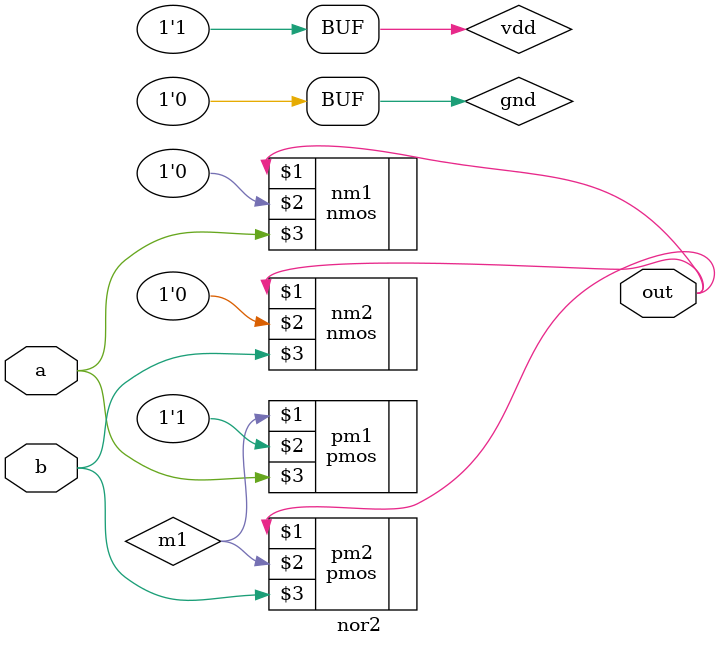
<source format=v>
module nor2(
    input a,
    input b,
    output out
);

supply0 gnd;
supply1 vdd;
wire m1;

pmos pm1(m1, vdd, a);
pmos pm2(out, m1, b);

nmos nm1(out, gnd, a);
nmos nm2(out, gnd, b);

endmodule
</source>
